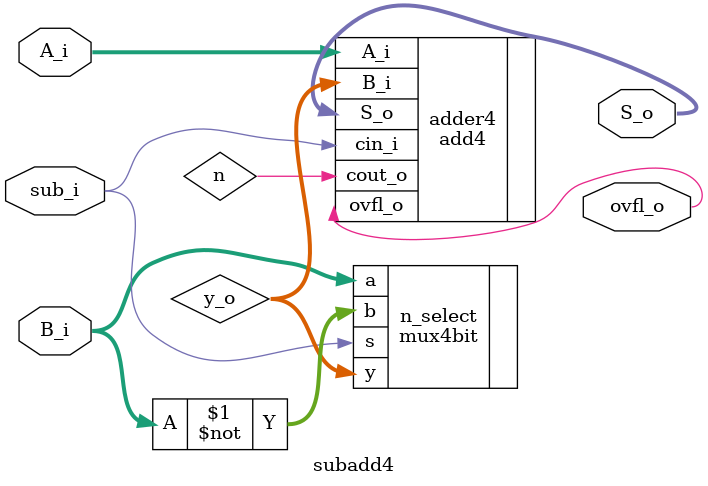
<source format=v>
`timescale 1ns / 1ps


module subadd4(
input [3:0] A_i,
input [3:0] B_i,
input sub_i,
output [3:0] S_o,
output ovfl_o
    );
    wire [3:0] y_o;
    wire n;
    mux4bit n_select( .a(B_i), .b(~B_i), .s(sub_i), .y(y_o));
    add4 adder4(.A_i(A_i), .B_i(y_o), .cin_i(sub_i), .S_o(S_o), .ovfl_o(ovfl_o), .cout_o(n));
endmodule
</source>
